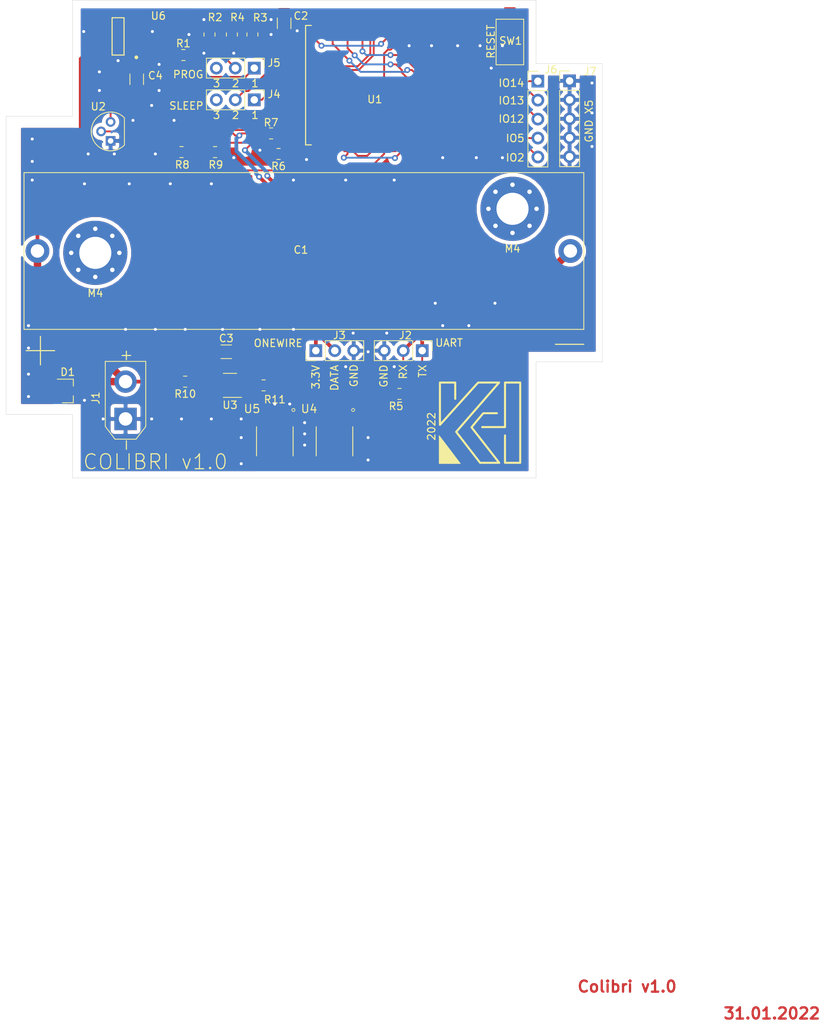
<source format=kicad_pcb>
(kicad_pcb (version 20211014) (generator pcbnew)
  (layers (0 "F.Cu" signal) (31 "B.Cu" power) (34 "B.Paste" user) (35 "F.Paste" user) (36 "B.SilkS" user "B.Silkscreen") (37 "F.SilkS" user "F.Silkscreen") (38 "B.Mask" user) (39 "F.Mask" user) (44 "Edge.Cuts" user))
  (net 0 "")
  (net 1 "B+")
  (net 2 "B-")
  (net 3 "P-")
  (net 4 "3.3v")
  (net 5 "Net-(C3-Pad2)")
  (net 6 "RX")
  (net 7 "TX")
  (net 8 "onewire")
  (net 9 "Net-(J4-Pad3)")
  (net 10 "rest")
  (net 11 "gpio16")
  (net 12 "Net-(J5-Pad3)")
  (net 13 "Net-(J5-Pad2)")
  (net 14 "gpio0")
  (net 15 "gpio2")
  (net 16 "gpio5")
  (net 17 "gpio12")
  (net 18 "gpio13")
  (net 19 "gpio14")
  (net 20 "Net-(R3-Pad2)")
  (net 21 "Net-(R6-Pad1)")
  (net 22 "adc")
  (net 23 "Net-(R11-Pad1)")
  (net 24 "Net-(U1-Pad22)")
  (net 25 "Net-(U1-Pad21)")
  (net 26 "Net-(U1-Pad20)")
  (net 27 "Net-(U1-Pad19)")
  (net 28 "Net-(U1-Pad18)")
  (net 29 "Net-(U1-Pad17)")
  (net 30 "Net-(U3-Pad3)")
  (net 31 "Net-(U3-Pad1)")
  (net 32 "Net-(U4-Pad5)")
  (net 33 "Net-(U6-Pad4)")
  (net 34 "Net-(U6-Pad5)")
  (footprint "Connector:Battery_con_BHC_18650" (layer "F.Cu") (at 149.9 91)
    (fp_text reference "C1")
    (fp_text value "Battery_con_BHC_18650")
  )
  (footprint "Capacitor_SMD:C_1206_3216Metric" (layer "F.Cu") (at 147.25 60.5 -90)
    (fp_text reference "C2")
    (fp_text value "100n")
  )
  (footprint "Capacitor_SMD:C_1206_3216Metric" (layer "F.Cu") (at 139.5 104.5 180)
    (fp_text reference "C3")
    (fp_text value "100n")
  )
  (footprint "Capacitor_SMD:C_1206_3216Metric_Pad1.33x1.80mm_HandSolder" (layer "F.Cu") (at 127.5 68 -90)
    (fp_text reference "C4")
    (fp_text value "1u")
  )
  (footprint "Package_TO_SOT_SMD:SOT-23" (layer "F.Cu") (at 118.25 109.75)
    (fp_text reference "D1")
    (fp_text value "MMBZ5V6AL-7-F")
  )
  (footprint "XT_con:AMASS_XT30UPB-M_1x02_P5.0mm_Vertical" (layer "F.Cu") (at 126 113.5 90)
    (fp_text reference "J1")
    (fp_text value "XT30UPB-M")
  )
  (footprint "Connector_PinHeader_2.54mm:PinHeader_1x03_P2.54mm_Vertical" (layer "F.Cu") (at 165.75 104.35 -90)
    (fp_text reference "J2")
    (fp_text value "Conn_01x03_Male")
  )
  (footprint "Connector_PinHeader_2.54mm:PinHeader_1x03_P2.54mm_Vertical" (layer "F.Cu") (at 151.5 104.35 90)
    (fp_text reference "J3")
    (fp_text value "Conn_01x03_Male")
  )
  (footprint "Connector_PinHeader_2.54mm:PinHeader_1x03_P2.54mm_Vertical" (layer "F.Cu") (at 143.25 70.75 -90)
    (fp_text reference "J4")
    (fp_text value "Conn_01x03_Male")
  )
  (footprint "Connector_PinHeader_2.54mm:PinHeader_1x03_P2.54mm_Vertical" (layer "F.Cu") (at 143.25 66.5 -90)
    (fp_text reference "J5")
    (fp_text value "Conn_01x03_Male")
  )
  (footprint "Connector_PinHeader_2.54mm:PinHeader_1x05_P2.54mm_Vertical" (layer "F.Cu") (at 181.25 68.25)
    (fp_text reference "J6")
    (fp_text value "Conn_01x05_Male")
  )
  (footprint "Connector_PinHeader_2.54mm:PinHeader_1x05_P2.54mm_Vertical" (layer "F.Cu") (at 185.5 68.21)
    (fp_text reference "J7")
    (fp_text value "Conn_01x05_Male")
  )
  (footprint "Resistor_SMD:R_0805_2012Metric" (layer "F.Cu") (at 133.75 64.75)
    (fp_text reference "R1")
    (fp_text value "10k")
  )
  (footprint "Resistor_SMD:R_0805_2012Metric" (layer "F.Cu") (at 137.25 62 90)
    (fp_text reference "R2")
    (fp_text value "220")
  )
  (footprint "Resistor_SMD:R_0805_2012Metric" (layer "F.Cu") (at 143 62 -90)
    (fp_text reference "R3")
    (fp_text value "10k")
  )
  (footprint "Resistor_SMD:R_0805_2012Metric" (layer "F.Cu") (at 140.25 62 -90)
    (fp_text reference "R4")
    (fp_text value "10k")
  )
  (footprint "Resistor_SMD:R_0805_2012Metric" (layer "F.Cu") (at 162.7 110.15 180)
    (fp_text reference "R5")
    (fp_text value "120")
  )
  (footprint "Resistor_SMD:R_0805_2012Metric" (layer "F.Cu") (at 146.5 78 180)
    (fp_text reference "R6")
    (fp_text value "10k")
  )
  (footprint "Resistor_SMD:R_0805_2012Metric" (layer "F.Cu") (at 145.5 75.25 180)
    (fp_text reference "R7")
    (fp_text value "4.7k")
  )
  (footprint "Resistor_SMD:R_0805_2012Metric" (layer "F.Cu") (at 133.5 77.75)
    (fp_text reference "R8")
    (fp_text value "10k")
  )
  (footprint "Resistor_SMD:R_0805_2012Metric" (layer "F.Cu") (at 138 77.75)
    (fp_text reference "R9")
    (fp_text value "1k")
  )
  (footprint "Resistor_SMD:R_0805_2012Metric" (layer "F.Cu") (at 134 108.5 180)
    (fp_text reference "R10")
    (fp_text value "330")
  )
  (footprint "Resistor_SMD:R_0805_2012Metric" (layer "F.Cu") (at 144.5 109)
    (fp_text reference "R11")
    (fp_text value "2.7k")
  )
  (footprint "Button_Switch_SMD:TP-1163s" (layer "F.Cu") (at 177.5 63 90)
    (fp_text reference "SW1")
    (fp_text value "SW_Push")
  )
  (footprint "Package_TO_SOT_THT:TO-92" (layer "F.Cu") (at 124 76.25 90)
    (fp_text reference "U2")
    (fp_text value "DS18B20")
  )
  (footprint "Package_TO_SOT_SMD:SOT-23-6" (layer "F.Cu") (at 140 109 180)
    (fp_text reference "U3")
    (fp_text value "AP9101CAK6-ANTRG1")
  )
  (footprint "Package_SO:SOIC127P490X600X175-8N" (layer "F.Cu") (at 154 116.5 -90)
    (fp_text reference "U4")
    (fp_text value "AO4402")
  )
  (footprint "Package_SO:SOIC127P490X600X175-8N" (layer "F.Cu") (at 146 116.5 -90)
    (fp_text reference "U5")
    (fp_text value "AO4402")
  )
  (footprint "eec:STMicroelectronics-KF33BD-TR-Level_A" (layer "F.Cu") (at 125 62.25 180)
    (fp_text reference "U6")
    (fp_text value " ")
  )
  (footprint "MountingHole:MountingHole_4.3mm_M4_Pad_Via" (layer "F.Cu") (at 177.85 85.35)
    (fp_text reference "M4")
    (fp_text value "MountingHole_4.3mm_M4_Pad_Via")
  )
  (footprint "MountingHole:MountingHole_4.3mm_M4_Pad_Via" (layer "F.Cu") (at 121.95 91.25)
    (fp_text reference "M4")
    (fp_text value "MountingHole_4.3mm_M4_Pad_Via")
  )
  (footprint "ESP8266:ESP-12E_SMD" (layer "F.Cu") (at 165.75 61.8 -90)
    (fp_text reference "U1")
    (fp_text value "ESP-12E" hide)
  )
  (footprint "KH-logo:logo" (layer "F.Cu") (at 173.5 114)
    (fp_text reference "G***" hide)
    (fp_text value "LOGO" hide)
  )
  (gr_line (start 118.9 72.95) (end 118.9 57.4) (layer "Edge.Cuts") (width 0.05))
  (gr_line (start 118.9 57.4) (end 181 57.4) (layer "Edge.Cuts") (width 0.05))
  (gr_line (start 110 112.9) (end 110 72.95) (layer "Edge.Cuts") (width 0.05))
  (gr_line (start 110 72.95) (end 118.9 72.95) (layer "Edge.Cuts") (width 0.05))
  (gr_line (start 181 65.9) (end 189.9 65.9) (layer "Edge.Cuts") (width 0.05))
  (gr_line (start 189.9 105.8) (end 189.9 105.85) (layer "Edge.Cuts") (width 0.05))
  (gr_line (start 118.9 121.4) (end 118.9 112.9) (layer "Edge.Cuts") (width 0.05))
  (gr_line (start 181 105.85) (end 181 121.4) (layer "Edge.Cuts") (width 0.05))
  (gr_line (start 118.9 112.9) (end 110 112.9) (layer "Edge.Cuts") (width 0.05))
  (gr_line (start 189.9 65.9) (end 189.9 105.8) (layer "Edge.Cuts") (width 0.05))
  (gr_line (start 189.9 105.85) (end 181 105.85) (layer "Edge.Cuts") (width 0.05))
  (gr_line (start 181 121.4) (end 118.9 121.4) (layer "Edge.Cuts") (width 0.05))
  (gr_line (start 181 57.4) (end 181 65.9) (layer "Edge.Cuts") (width 0.05))
  (gr_text "31.01.2022" (at 212.6 193.15) (layer "F.Cu") (effects (font (size 1.5 1.5) (thickness 0.3))))
  (gr_text "Colibri v1.0" (at 193.2 189.55) (layer "F.Cu") (effects (font (size 1.5 1.5) (thickness 0.3))))
  (gr_text "GND" (at 160.6 107.75 90) (layer "F.SilkS") (effects (font (size 1 1))))
  (gr_text "RX" (at 163.2 107.2 90) (layer "F.SilkS") (effects (font (size 1 1))))
  (gr_text "RESET" (at 174.95 62.95 90) (layer "F.SilkS") (effects (font (size 1 1))))
  (gr_text "ONEWIRE" (at 146.45 103.35) (layer "F.SilkS") (effects (font (size 1 1))))
  (gr_text "3.3V" (at 151.5 107.9 90) (layer "F.SilkS") (effects (font (size 1 1))))
  (gr_text "SLEEP" (at 134.15 71.55) (layer "F.SilkS") (effects (font (size 1 1))))
  (gr_text "UART" (at 169.35 103.3) (layer "F.SilkS") (effects (font (size 1 1))))
  (gr_text "IO13" (at 177.7 70.85) (layer "F.SilkS") (effects (font (size 1 1))))
  (gr_text "COLIBRI v1.0" (at 130 119.25) (layer "F.SilkS") (effects (font (size 2 2))))
  (gr_text "IO2" (at 178.2 78.5) (layer "F.SilkS") (effects (font (size 1 1))))
  (gr_text "3" (at 138.2 68.55) (layer "F.SilkS") (effects (font (size 1 1))))
  (gr_text "+" (at 114.6 103.95) (layer "F.SilkS") (effects (font (size 5 5))))
  (gr_text "2" (at 140.75 68.55) (layer "F.SilkS") (effects (font (size 1 1))))
  (gr_text "GND X5" (at 188.1 73.6 90) (layer "F.SilkS") (effects (font (size 1 1))))
  (gr_text "IO14" (at 177.7 68.5) (layer "F.SilkS") (effects (font (size 1 1))))
  (gr_text "DATA" (at 154 108 90) (layer "F.SilkS") (effects (font (size 1 1))))
  (gr_text "PROG" (at 134.4 67.35) (layer "F.SilkS") (effects (font (size 1 1))))
  (gr_text "IO12" (at 177.7 73.3) (layer "F.SilkS") (effects (font (size 1 1))))
  (gr_text "IO5" (at 178.2 75.9) (layer "F.SilkS") (effects (font (size 1 1))))
  (gr_text "1" (at 143.35 68.55) (layer "F.SilkS") (effects (font (size 1 1))))
  (gr_text "2022" (at 167 114.5 90) (layer "F.SilkS") (effects (font (size 1 1))))
  (gr_text "GND" (at 156.6 107.7 90) (layer "F.SilkS") (effects (font (size 1 1))))
  (gr_text "-" (at 185.5 103.1) (layer "F.SilkS") (effects (font (size 5 5))))
  (gr_text "3" (at 138.2 72.8) (layer "F.SilkS") (effects (font (size 1 1))))
  (gr_text "2" (at 140.75 72.8) (layer "F.SilkS") (effects (font (size 1 1))))
  (gr_text "TX" (at 165.8 107.1 90) (layer "F.SilkS") (effects (font (size 1 1))))
  (gr_text "1" (at 143.35 72.8) (layer "F.SilkS") (effects (font (size 1 1))))
  (segment (start 126 108.5) (end 133.0875 108.5) (width 0.5) (layer "F.Cu") (net 1))
  (segment (start 114.2 83.3) (end 114.2 91) (width 0.5) (layer "F.Cu") (net 1))
  (segment (start 118 79.5) (end 117.875 79.625) (width 0.5) (layer "F.Cu") (net 1))
  (segment (start 120 77.5) (end 118 79.5) (width 0.5) (layer "F.Cu") (net 1))
  (segment (start 117.875 79.625) (end 114.2 83.3) (width 0.5) (layer "F.Cu") (net 1))
  (segment (start 117.55 108.5) (end 126 108.5) (width 1) (layer "F.Cu") (net 1))
  (segment (start 114.2 91) (end 114.2 96.7) (width 1) (layer "F.Cu") (net 1))
  (segment (start 130.8375 79.5) (end 118 79.5) (width 0.25) (layer "F.Cu") (net 1))
  (segment (start 120 65.25) (end 120 77.5) (width 0.5) (layer "F.Cu") (net 1))
  (segment (start 122.55 64.155) (end 121.095 64.155) (width 0.5) (layer "F.Cu") (net 1))
  (segment (start 114.2 96.7) (end 126 108.5) (width 1) (layer "F.Cu") (net 1))
  (segment (start 118.5 79) (end 117.875 79.625) (width 0.25) (layer "F.Cu") (net 1))
  (segment (start 121.095 64.155) (end 120 65.25) (width 0.5) (layer "F.Cu") (net 1))
  (segment (start 132.5875 77.75) (end 130.8375 79.5) (width 0.25) (layer "F.Cu") (net 1))
  (segment (start 117.25 108.8) (end 117.55 108.5) (width 1) (layer "F.Cu") (net 1))
  (segment (start 138.9 109.95) (end 139.68 109.95) (width 0.25) (layer "F.Cu") (net 2))
  (segment (start 153.365 113.085) (end 153.365 113.875) (width 0.25) (layer "F.Cu") (net 2))
  (segment (start 155.905 113.875) (end 162.725 113.875) (width 1) (layer "F.Cu") (net 2))
  (segment (start 144.78 104.5) (end 153.365 113.085) (width 0.25) (layer "F.Cu") (net 2))
  (segment (start 140.975 104.5) (end 144.78 104.5) (width 0.25) (layer "F.Cu") (net 2))
  (segment (start 162.725 113.875) (end 185.6 91) (width 1) (layer "F.Cu") (net 2))
  (segment (start 153.365 113.875) (end 155.905 113.875) (width 1) (layer "F.Cu") (net 2))
  (segment (start 154.125 113.875) (end 153.365 113.875) (width 1) (layer "F.Cu") (net 2))
  (segment (start 138.9 109.95) (end 139.390002 109.95) (width 0.25) (layer "F.Cu") (net 2))
  (segment (start 139.68 109.95) (end 139.755001 109.874999) (width 0.25) (layer "F.Cu") (net 2))
  (segment (start 139.755001 105.719999) (end 140.975 104.5) (width 0.25) (layer "F.Cu") (net 2))
  (segment (start 139.755001 109.874999) (end 139.755001 105.719999) (width 0.25) (layer "F.Cu") (net 2))
  (segment (start 141.5 116) (end 136.35 116) (width 1) (layer "F.Cu") (net 3))
  (segment (start 123.37501 112.17499) (end 121.27501 112.17499) (width 1) (layer "F.Cu") (net 3))
  (segment (start 129.85 116) (end 128.5 116) (width 1) (layer "F.Cu") (net 3))
  (segment (start 132.65 116) (end 129.85 116) (width 1) (layer "F.Cu") (net 3))
  (segment (start 135.7 116) (end 132.65 116) (width 1) (layer "F.Cu") (net 3))
  (segment (start 136.35 116) (end 135.7 116) (width 1) (layer "F.Cu") (net 3))
  (segment (start 144.6 116) (end 141.5 116) (width 1) (layer "F.Cu") (net 3))
  (segment (start 144.5 78) (end 144 77.5) (width 0.25) (layer "F.Cu") (net 3))
  (segment (start 150.25 78.75) (end 150.25 77.3) (width 0.5) (layer "F.Cu") (net 3))
  (segment (start 122.55 62.885) (end 122.55 61.615) (width 0.5) (layer "F.Cu") (net 3))
  (segment (start 158.65 104.35) (end 158.5 104.5) (width 0.25) (layer "F.Cu") (net 3))
  (segment (start 145.4125 109) (end 146.5 109) (width 0.25) (layer "F.Cu") (net 3))
  (segment (start 138.9125 77.75) (end 139.75 77.75) (width 0.25) (layer "F.Cu") (net 3))
  (segment (start 127.465 61.6) (end 127.45 61.615) (width 0.25) (layer "F.Cu") (net 3))
  (segment (start 146 116) (end 144.6 116) (width 1) (layer "F.Cu") (net 3))
  (segment (start 124 77.5) (end 124.5 78) (width 0.25) (layer "F.Cu") (net 3))
  (segment (start 176.1 66.9) (end 175.75 67.25) (width 0.5) (layer "F.Cu") (net 3))
  (segment (start 129.835 61.615) (end 129.85 61.6) (width 0.25) (layer "F.Cu") (net 3))
  (segment (start 156.58 104.35) (end 158.35 104.35) (width 0.25) (layer "F.Cu") (net 3))
  (segment (start 160.67 104.35) (end 158.65 104.35) (width 0.25) (layer "F.Cu") (net 3))
  (segment (start 137.25 61.0875) (end 137.25 60.75) (width 0.25) (layer "F.Cu") (net 3))
  (segment (start 124 76.25) (end 124 77.5) (width 0.25) (layer "F.Cu") (net 3))
  (segment (start 146.5 109) (end 147 109.5) (width 0.25) (layer "F.Cu") (net 3))
  (segment (start 129.585 61.615) (end 129.6 61.6) (width 0.25) (layer "F.Cu") (net 3))
  (segment (start 150.25 77.3) (end 151.75 75.8) (width 0.5) (layer "F.Cu") (net 3))
  (segment (start 139.75 77.75) (end 140.5 78.5) (width 0.25) (layer "F.Cu") (net 3))
  (segment (start 177.5 66.9) (end 176.1 66.9) (width 0.5) (layer "F.Cu") (net 3))
  (segment (start 127.45 61.615) (end 127.45 62.885) (width 0.5) (layer "F.Cu") (net 3))
  (segment (start 145.5875 78) (end 144.5 78) (width 0.25) (layer "F.Cu") (net 3))
  (segment (start 127.5 69.5625) (end 127.5 70.5) (width 0.25) (layer "F.Cu") (net 3))
  (segment (start 158.35 104.35) (end 158.5 104.5) (width 0.25) (layer "F.Cu") (net 3))
  (segment (start 120.415 61.615) (end 120.4 61.6) (width 0.25) (layer "F.Cu") (net 3))
  (segment (start 127.5 70.5) (end 128 71) (width 0.25) (layer "F.Cu") (net 3))
  (via (at 130.5 66) (size 0.8) (drill 0.4) (layers "F.Cu" "B.Cu") (net 3))
  (via (at 129.5 113.5) (size 0.8) (drill 0.4) (layers "F.Cu" "B.Cu") (net 3))
  (via (at 167 63.5) (size 0.8) (drill 0.4) (layers "F.Cu" "B.Cu") (net 3))
  (via (at 133.5 113.5) (size 0.8) (drill 0.4) (layers "F.Cu" "B.Cu") (net 3))
  (via (at 134.5 62) (size 0.8) (drill 0.4) (layers "F.Cu" "B.Cu") (net 3))
  (via (at 120.5 82) (size 0.8) (drill 0.4) (layers "F.Cu" "B.Cu") (net 3))
  (via (at 148.5 81.5) (size 0.8) (drill 0.4) (layers "F.Cu" "B.Cu") (net 3))
  (via (at 145.5 62) (size 0.8) (drill 0.4) (layers "F.Cu" "B.Cu") (net 3))
  (via (at 167.5 98) (size 0.8) (drill 0.4) (layers "F.Cu" "B.Cu") (net 3))
  (via (at 136.5 64.5) (size 0.8) (drill 0.4) (layers "F.Cu" "B.Cu") (net 3))
  (via (at 173 78.5) (size 0.8) (drill 0.4) (layers "F.Cu" "B.Cu") (net 3))
  (via (at 125 65.5) (size 0.8) (drill 0.4) (layers "F.Cu" "B.Cu") (net 3))
  (via (at 120.4 61.6) (size 0.8) (drill 0.4) (layers "F.Cu" "B.Cu") (net 3))
  (via (at 176.5 78.5) (size 0.8) (drill 0.4) (layers "F.Cu" "B.Cu") (net 3))
  (via (at 129.5 71.5) (size 0.8) (drill 0.4) (layers "F.Cu" "B.Cu") (net 3))
  (via (at 150 117) (size 0.8) (drill 0.4) (layers "F.Cu" "B.Cu") (net 3))
  (via (at 148 111.5) (size 0.8) (drill 0.4) (layers "F.Cu" "B.Cu") (net 3))
  (via (at 188.5 72.5) (size 0.8) (drill 0.4) (layers "F.Cu" "B.Cu") (net 3))
  (via (at 139 101.5) (size 0.8) (drill 0.4) (layers "F.Cu" "B.Cu") (net 3))
  (via (at 162 81.5) (size 0.8) (drill 0.4) (layers "F.Cu" "B.Cu") (net 3))
  (via (at 155.5 81.5) (size 0.8) (drill 0.4) (layers "F.Cu" "B.Cu") (net 3))
  (via (at 150 114) (size 0.8) (drill 0.4) (layers "F.Cu" "B.Cu") (net 3))
  (via (at 150 115.5) (size 0.8) (drill 0.4) (layers "F.Cu" "B.Cu") (net 3))
  (via (at 156.5 102) (size 0.8) (drill 0.4) (layers "F.Cu" "B.Cu") (net 3))
  (via (at 168.5 101) (size 0.8) (drill 0.4) (layers "F.Cu" "B.Cu") (net 3))
  (via (at 122.5 67) (size 0.8) (drill 0.4) (layers "F.Cu" "B.Cu") (net 3))
  (via (at 137.5 113.5) (size 0.8) (drill 0.4) (layers "F.Cu" "B.Cu") (net 3))
  (via (at 137.5 82) (size 0.8) (drill 0.4) (layers "F.Cu" "B.Cu") (net 3))
  (via (at 155.5 106.5) (size 0.8) (drill 0.4) (layers "F.Cu" "B.Cu") (net 3))
  (via (at 168.5 78.5) (size 0.8) (drill 0.4) (layers "F.Cu" "B.Cu") (net 3))
  (via (at 130 78) (size 0.8) (drill 0.4) (layers "F.Cu" "B.Cu") (net 3))
  (via (at 123 113.5) (size 0.8) (drill 0.4) (layers "F.Cu" "B.Cu") (net 3))
  (via (at 140.5 64.5) (size 0.8) (drill 0.4) (layers "F.Cu" "B.Cu") (net 3))
  (via (at 130.5 69.5) (size 0.8) (drill 0.4) (layers "F.Cu" "B.Cu") (net 3))
  (via (at 113 107.5) (size 0.8) (drill 0.4) (layers "F.Cu" "B.Cu") (net 3))
  (via (at 121 78) (size 0.8) (drill 0.4) (layers "F.Cu" "B.Cu") (net 3))
  (via (at 134 101.5) (size 0.8) (drill 0.4) (layers "F.Cu" "B.Cu") (net 3))
  (via (at 126 101.5) (size 0.8) (drill 0.4) (layers "F.Cu" "B.Cu") (net 3))
  (via (at 173.5 63.5) (size 0.8) (drill 0.4) (layers "F.Cu" "B.Cu") (net 3))
  (via (at 127 73.5) (size 0.8) (drill 0.4) (layers "F.Cu" "B.Cu") (net 3))
  (via (at 120.5 111) (size 0.8) (drill 0.4) (layers "F.Cu" "B.Cu") (net 3))
  (via (at 113 101) (size 0.8) (drill 0.4) (layers "F.Cu" "B.Cu") (net 3))
  (via (at 113 104) (size 0.8) (drill 0.4) (layers "F.Cu" "B.Cu") (net 3))
  (via (at 175.5 98) (size 0.8) (drill 0.4) (layers "F.Cu" "B.Cu") (net 3))
  (via (at 141.5 116) (size 0.8) (drill 0.4) (layers "F.Cu" "B.Cu") (net 3))
  (via (at 140.5 78.5) (size 0.8) (drill 0.4) (layers "F.Cu" "B.Cu") (net 3))
  (via (at 124.5 78) (size 0.8) (drill 0.4) (layers "F.Cu" "B.Cu") (net 3))
  (via (at 145.5 60) (size 0.8) (drill 0.4) (layers "F.Cu" "B.Cu") (net 3))
  (via (at 158.5 119) (size 0.8) (drill 0.4) (layers "F.Cu" "B.Cu") (net 3))
  (via (at 158.5 104.5) (size 0.8) (drill 0.4) (layers "F.Cu" "B.Cu") (net 3))
  (via (at 162 106.5) (size 0.8) (drill 0.4) (layers "F.Cu" "B.Cu") (net 3))
  (via (at 132.5 73.5) (size 0.8) (drill 0.4) (layers "F.Cu" "B.Cu") (net 3))
  (via (at 172 101) (size 0.8) (drill 0.4) (layers "F.Cu" "B.Cu") (net 3))
  (via (at 175 66.5) (size 0.8) (drill 0.4) (layers "F.Cu" "B.Cu") (net 3))
  (via (at 113.5 79) (size 0.8) (drill 0.4) (layers "F.Cu" "B.Cu") (net 3))
  (via (at 146 111.5) (size 0.8) (drill 0.4) (layers "F.Cu" "B.Cu") (net 3))
  (via (at 158.5 116) (size 0.8) (drill 0.4) (layers "F.Cu" "B.Cu") (net 3))
  (via (at 136.5 60) (size 0.8) (drill 0.4) (layers "F.Cu" "B.Cu") (net 3))
  (via (at 150.25 78.75) (size 0.8) (drill 0.4) (layers "F.Cu" "B.Cu") (net 3))
  (via (at 126.5 82) (size 0.8) (drill 0.4) (layers "F.Cu" "B.Cu") (net 3))
  (via (at 188.5 77) (size 0.8) (drill 0.4) (layers "F.Cu" "B.Cu") (net 3))
  (via (at 113.5 76) (size 0.8) (drill 0.4) (layers "F.Cu" "B.Cu") (net 3))
  (via (at 148.5 101.5) (size 0.8) (drill 0.4) (layers "F.Cu" "B.Cu") (net 3))
  (via (at 144 77.5) (size 0.8) (drill 0.4) (layers "F.Cu" "B.Cu") (net 3))
  (via (at 149 61.5) (size 0.8) (drill 0.4) (layers "F.Cu" "B.Cu") (net 3))
  (via (at 122.5 69.5) (size 0.8) (drill 0.4) (layers "F.Cu" "B.Cu") (net 3))
  (via (at 141.5 119.5) (size 0.8) (drill 0.4) (layers "F.Cu" "B.Cu") (net 3))
  (via (at 144 101.5) (size 0.8) (drill 0.4) (layers "F.Cu" "B.Cu") (net 3))
  (via (at 164 63.5) (size 0.8) (drill 0.4) (layers "F.Cu" "B.Cu") (net 3))
  (via (at 141.5 113.5) (size 0.8) (drill 0.4) (layers "F.Cu" "B.Cu") (net 3))
  (via (at 113 110.5) (size 0.8) (drill 0.4) (layers "F.Cu" "B.Cu") (net 3))
  (via (at 188.5 68.5) (size 0.8) (drill 0.4) (layers "F.Cu" "B.Cu") (net 3))
  (via (at 176.5 63.5) (size 0.8) (drill 0.4) (layers "F.Cu" "B.Cu") (net 3))
  (via (at 170.5 63.5) (size 0.8) (drill 0.4) (layers "F.Cu" "B.Cu") (net 3))
  (via (at 129.6 61.6) (size 0.8) (drill 0.4) (layers "F.Cu" "B.Cu") (net 3))
  (via (at 130 101.5) (size 0.8) (drill 0.4) (layers "F.Cu" "B.Cu") (net 3))
  (via (at 113.5 81.5) (size 0.8) (drill 0.4) (layers "F.Cu" "B.Cu") (net 3))
  (via (at 132 82) (size 0.8) (drill 0.4) (layers "F.Cu" "B.Cu") (net 3))
  (via (at 161 102) (size 0.8) (drill 0.4) (layers "F.Cu" "B.Cu") (net 3))
  (segment (start 141.475 59.025) (end 147.25 59.025) (width 0.5) (layer "F.Cu") (net 4))
  (segment (start 138.11359 75.25) (end 132.8375 69.97391) (width 0.25) (layer "F.Cu") (net 4))
  (segment (start 138.475 59.025) (end 141.475 59.025) (width 0.5) (layer "F.Cu") (net 4))
  (segment (start 147.25 59.025) (end 148.975 59.025) (width 0.5) (layer "F.Cu") (net 4))
  (segment (start 130.345 64.155) (end 135.475 59.025) (width 0.5) (layer "F.Cu") (net 4))
  (segment (start 143 61.0875) (end 143 60.55) (width 0.5) (layer "F.Cu") (net 4))
  (segment (start 132.2425 64.155) (end 132.8375 64.75) (width 0.25) (layer "F.Cu") (net 4))
  (segment (start 151.5 88.65) (end 151.5 104.35) (width 0.5) (layer "F.Cu") (net 4))
  (segment (start 140.409325 75.25) (end 138.11359 75.25) (width 0.25) (layer "F.Cu") (net 4))
  (segment (start 127.45 64.155) (end 130.345 64.155) (width 0.5) (layer "F.Cu") (net 4))
  (segment (start 124 69.9375) (end 124 73.71) (width 0.25) (layer "F.Cu") (net 4))
  (segment (start 143.9 81.05) (end 151.5 88.65) (width 0.5) (layer "F.Cu") (net 4))
  (segment (start 140.25 61.0875) (end 140.25 60.8) (width 0.5) (layer "F.Cu") (net 4))
  (segment (start 127.45 64.155) (end 127.45 66.3875) (width 0.25) (layer "F.Cu") (net 4))
  (segment (start 132.8375 69.97391) (end 132.8375 64.75) (width 0.25) (layer "F.Cu") (net 4))
  (segment (start 135.475 59.025) (end 138.475 59.025) (width 0.5) (layer "F.Cu") (net 4))
  (segment (start 130.345 64.155) (end 132.2425 64.155) (width 0.25) (layer "F.Cu") (net 4))
  (segment (start 143 60.55) (end 141.475 59.025) (width 0.5) (layer "F.Cu") (net 4))
  (segment (start 127.45 66.3875) (end 127.5 66.4375) (width 0.25) (layer "F.Cu") (net 4))
  (segment (start 144.5875 75.25) (end 141.52499 75.25) (width 0.25) (layer "F.Cu") (net 4))
  (segment (start 141.25 75.52499) (end 140.684315 75.52499) (width 0.25) (layer "F.Cu") (net 4))
  (segment (start 141.52499 75.25) (end 141.25 75.52499) (width 0.25) (layer "F.Cu") (net 4))
  (segment (start 148.975 59.025) (end 151.75 61.8) (width 0.5) (layer "F.Cu") (net 4))
  (segment (start 151.55002 104.29998) (end 151.5 104.35) (width 0.25) (layer "F.Cu") (net 4))
  (segment (start 140.684315 75.52499) (end 140.409325 75.25) (width 0.25) (layer "F.Cu") (net 4))
  (segment (start 127.5 66.4375) (end 124 69.9375) (width 0.25) (layer "F.Cu") (net 4))
  (segment (start 140.25 60.8) (end 138.475 59.025) (width 0.5) (layer "F.Cu") (net 4))
  (via (at 141.25 75.52499) (size 0.8) (drill 0.4) (layers "F.Cu" "B.Cu") (net 4))
  (via (at 143.9 81.05) (size 0.8) (drill 0.4) (layers "F.Cu" "B.Cu") (net 4))
  (segment (start 143.9 81.05) (end 143.500001 80.650001) (width 0.5) (layer "B.Cu") (net 4))
  (segment (start 140.850001 77.608003) (end 140.850001 75.924989) (width 0.5) (layer "B.Cu") (net 4))
  (segment (start 143.500001 80.258003) (end 140.850001 77.608003) (width 0.5) (layer "B.Cu") (net 4))
  (segment (start 143.500001 80.650001) (end 143.500001 80.258003) (width 0.5) (layer "B.Cu") (net 4))
  (segment (start 140.850001 75.924989) (end 141.25 75.52499) (width 0.5) (layer "B.Cu") (net 4))
  (segment (start 134.9125 107.6125) (end 134.9125 108.5) (width 0.5) (layer "F.Cu") (net 5))
  (segment (start 138.025 104.5) (end 134.9125 107.6125) (width 0.5) (layer "F.Cu") (net 5))
  (segment (start 138.9 109) (end 135.4125 109) (width 0.5) (layer "F.Cu") (net 5))
  (segment (start 135.4125 109) (end 134.9125 108.5) (width 0.5) (layer "F.Cu") (net 5))
  (segment (start 163.75 78.30001) (end 163.75 75.8) (width 0.5) (layer "F.Cu") (net 6))
  (segment (start 163.21 104.35) (end 165.04999 102.51001) (width 0.5) (layer "F.Cu") (net 6))
  (segment (start 163.21 104.35) (end 163.21 108.7275) (width 0.25) (layer "F.Cu") (net 6))
  (segment (start 165.04999 102.51001) (end 165.04999 79.6) (width 0.5) (layer "F.Cu") (net 6))
  (segment (start 163.21 108.7275) (end 161.7875 110.15) (width 0.25) (layer "F.Cu") (net 6))
  (segment (start 165.04999 79.6) (end 163.75 78.30001) (width 0.5) (layer "F.Cu") (net 6))
  (segment (start 165.75 108.0125) (end 163.6125 110.15) (width 0.25) (layer "F.Cu") (net 7))
  (segment (start 165.75 104.35) (end 165.75 75.8) (width 0.5) (layer "F.Cu") (net 7))
  (segment (start 165.75 104.35) (end 165.75 108.0125) (width 0.25) (layer "F.Cu") (net 7))
  (segment (start 165.75 104.35) (end 165.6 104.35) (width 0.25) (layer "F.Cu") (net 7))
  (segment (start 146.4125 75.25) (end 150.25 75.25) (width 0.25) (layer "F.Cu") (net 8))
  (segment (start 143 76.5) (end 127.5 76.5) (width 0.25) (layer "F.Cu") (net 8))
  (segment (start 154.04 104.35) (end 152.20001 102.51001) (width 0.5) (layer "F.Cu") (net 8))
  (segment (start 152.20001 102.51001) (end 152.20001 88.20001) (width 0.5) (layer "F.Cu") (net 8))
  (segment (start 156.65 75.014998) (end 156.65 77.785002) (width 0.25) (layer "F.Cu") (net 8))
  (segment (start 152.20001 88.20001) (end 145 81) (width 0.5) (layer "F.Cu") (net 8))
  (segment (start 143 76.5) (end 142 77.5) (width 0.25) (layer "F.Cu") (net 8))
  (segment (start 156.65 77.785002) (end 157.114998 78.25) (width 0.25) (layer "F.Cu") (net 8))
  (segment (start 125.98 74.98) (end 122.73 74.98) (width 0.25) (layer "F.Cu") (net 8))
  (segment (start 156.409992 74.77499) (end 156.65 75.014998) (width 0.25) (layer "F.Cu") (net 8))
  (segment (start 157.114998 78.25) (end 158.385002 78.25) (width 0.25) (layer "F.Cu") (net 8))
  (segment (start 150.25 75.25) (end 150.72501 74.77499) (width 0.25) (layer "F.Cu") (net 8))
  (segment (start 159.75 76.885002) (end 159.75 75.8) (width 0.25) (layer "F.Cu") (net 8))
  (segment (start 158.385002 78.25) (end 159.75 76.885002) (width 0.25) (layer "F.Cu") (net 8))
  (segment (start 146.4125 75.25) (end 145.1625 76.5) (width 0.25) (layer "F.Cu") (net 8))
  (segment (start 127.5 76.5) (end 125.98 74.98) (width 0.25) (layer "F.Cu") (net 8))
  (segment (start 145 81) (end 145 80.92501) (width 0.5) (layer "F.Cu") (net 8))
  (segment (start 150.72501 74.77499) (end 156.409992 74.77499) (width 0.25) (layer "F.Cu") (net 8))
  (segment (start 145.1625 76.5) (end 143 76.5) (width 0.25) (layer "F.Cu") (net 8))
  (via (at 145 80.92501) (size 0.8) (drill 0.4) (layers "F.Cu" "B.Cu") (net 8))
  (via (at 142 77.5) (size 0.8) (drill 0.4) (layers "F.Cu" "B.Cu") (net 8))
  (segment (start 145 80.5) (end 142 77.5) (width 0.5) (layer "B.Cu") (net 8))
  (segment (start 145 80.92501) (end 145 80.5) (width 0.5) (layer "B.Cu") (net 8))
  (segment (start 144.998012 80.92501) (end 145 80.92501) (width 0.25) (layer "B.Cu") (net 8))
  (segment (start 158.79999 64.5636) (end 157.11359 66.25) (width 0.25) (layer "F.Cu") (net 10))
  (segment (start 145 67.035002) (end 142.460003 69.574999) (width 0.25) (layer "F.Cu") (net 10))
  (segment (start 159.362549 59) (end 158.79999 59.562559) (width 0.25) (layer "F.Cu") (net 10))
  (segment (start 158.79999 59.562559) (end 158.79999 64.5636) (width 0.25) (layer "F.Cu") (net 10))
  (segment (start 145 67) (end 145 67.035002) (width 0.25) (layer "F.Cu") (net 10))
  (segment (start 141.885001 69.574999) (end 140.71 70.75) (width 0.25) (layer "F.Cu") (net 10))
  (segment (start 165.75 61.8) (end 165.75 60.714998) (width 0.25) (layer "F.Cu") (net 10))
  (segment (start 140.25 62.9125) (end 140.4125 62.9125) (width 0.25) (layer "F.Cu") (net 10))
  (segment (start 144 64.75) (end 145 65.75) (width 0.25) (layer "F.Cu") (net 10))
  (segment (start 164.035002 59) (end 159.362549 59) (width 0.25) (layer "F.Cu") (net 10))
  (segment (start 151.509992 64.86499) (end 147.13501 64.86499) (width 0.25) (layer "F.Cu") (net 10))
  (segment (start 147.13501 64.86499) (end 145 67) (width 0.25) (layer "F.Cu") (net 10))
  (segment (start 165.75 60.714998) (end 164.035002 59) (width 0.25) (layer "F.Cu") (net 10))
  (segment (start 145 65.75) (end 145 67.035002) (width 0.25) (layer "F.Cu") (net 10))
  (segment (start 168.45 59.1) (end 165.75 61.8) (width 0.5) (layer "F.Cu") (net 10))
  (segment (start 152.895002 66.25) (end 151.509992 64.86499) (width 0.25) (layer "F.Cu") (net 10))
  (segment (start 142.460003 69.574999) (end 141.885001 69.574999) (width 0.25) (layer "F.Cu") (net 10))
  (segment (start 157.11359 66.25) (end 152.895002 66.25) (width 0.25) (layer "F.Cu") (net 10))
  (segment (start 140.4125 62.9125) (end 142.25 64.75) (width 0.25) (layer "F.Cu") (net 10))
  (segment (start 177.5 59.1) (end 168.45 59.1) (width 0.5) (layer "F.Cu") (net 10))
  (segment (start 142.25 64.75) (end 144 64.75) (width 0.25) (layer "F.Cu") (net 10))
  (segment (start 159.25 64.75) (end 157.25 66.75) (width 0.25) (layer "F.Cu") (net 11))
  (segment (start 159.25 62.3) (end 159.75 61.8) (width 0.25) (layer "F.Cu") (net 11))
  (segment (start 157.25 66.75) (end 148.25 66.75) (width 0.25) (layer "F.Cu") (net 11))
  (segment (start 144.25 70.75) (end 143.25 70.75) (width 0.25) (layer "F.Cu") (net 11))
  (segment (start 148.25 66.75) (end 144.25 70.75) (width 0.25) (layer "F.Cu") (net 11))
  (segment (start 159.25 64.75) (end 159.25 62.3) (width 0.25) (layer "F.Cu") (net 11))
  (segment (start 137.25 63.04) (end 137.25 62.9125) (width 0.25) (layer "F.Cu") (net 13))
  (segment (start 140.71 66.5) (end 137.25 63.04) (width 0.25) (layer "F.Cu") (net 13))
  (segment (start 142.70001 74.79999) (end 144.75 72.75) (width 0.25) (layer "F.Cu") (net 14))
  (segment (start 136.925001 67.675001) (end 142.074999 67.675001) (width 0.25) (layer "F.Cu") (net 14))
  (segment (start 157.75 75.478588) (end 157.75 75.8) (width 0.25) (layer "F.Cu") (net 14))
  (segment (start 134.6625 64.75) (end 134.6625 65.4125) (width 0.25) (layer "F.Cu") (net 14))
  (segment (start 138.29999 74.79999) (end 142.70001 74.79999) (width 0.25) (layer "F.Cu") (net 14))
  (segment (start 142.074999 67.675001) (end 143.25 66.5) (width 0.25) (layer "F.Cu") (net 14))
  (segment (start 133.28751 66.12499) (end 133.28751 69.78751) (width 0.25) (layer "F.Cu") (net 14))
  (segment (start 134.6625 64.75) (end 133.28751 66.12499) (width 0.25) (layer "F.Cu") (net 14))
  (segment (start 133.28751 69.78751) (end 138.29999 74.79999) (width 0.25) (layer "F.Cu") (net 14))
  (segment (start 134.6625 65.4125) (end 136.925001 67.675001) (width 0.25) (layer "F.Cu") (net 14))
  (segment (start 155.021412 72.75) (end 157.75 75.478588) (width 0.25) (layer "F.Cu") (net 14))
  (segment (start 144.75 72.75) (end 155.021412 72.75) (width 0.25) (layer "F.Cu") (net 14))
  (segment (start 181.25 78.41) (end 179.16001 76.32001) (width 0.25) (layer "F.Cu") (net 15))
  (segment (start 170.433599 76.320009) (end 168.8136 74.70001) (width 0.25) (layer "F.Cu") (net 15))
  (segment (start 155.75 78) (end 155.25 78.5) (width 0.25) (layer "F.Cu") (net 15))
  (segment (start 162.874999 74.875001) (end 162.874999 77.775001) (width 0.25) (layer "F.Cu") (net 15))
  (segment (start 163.04999 74.70001) (end 162.874999 74.875001) (width 0.25) (layer "F.Cu") (net 15))
  (segment (start 179.16001 76.32001) (end 170.433599 76.320009) (width 0.25) (layer "F.Cu") (net 15))
  (segment (start 168.8136 74.70001) (end 163.04999 74.70001) (width 0.25) (layer "F.Cu") (net 15))
  (segment (start 155.75 75.8) (end 155.75 78) (width 0.25) (layer "F.Cu") (net 15))
  (segment (start 162.874999 77.775001) (end 162.1 78.55) (width 0.25) (layer "F.Cu") (net 15))
  (via (at 162.1 78.55) (size 0.8) (drill 0.4) (layers "F.Cu" "B.Cu") (net 15))
  (via (at 155.25 78.5) (size 0.8) (drill 0.4) (layers "F.Cu" "B.Cu") (net 15))
  (segment (start 155.25 78.5) (end 162.05 78.5) (width 0.25) (layer "B.Cu") (net 15))
  (segment (start 162.05 78.5) (end 162.1 78.55) (width 0.25) (layer "B.Cu") (net 15))
  (segment (start 181.25 75.87) (end 170.62 75.87) (width 0.25) (layer "F.Cu") (net 16))
  (segment (start 169 74.25) (end 162.75 74.25) (width 0.25) (layer "F.Cu") (net 16))
  (segment (start 162.12501 75.62499) (end 162.12501 77.512441) (width 0.25) (layer "F.Cu") (net 16))
  (segment (start 170.62 75.87) (end 169 74.25) (width 0.25) (layer "F.Cu") (net 16))
  (segment (start 162.75 74.25) (end 161.75 75.25) (width 0.25) (layer "F.Cu") (net 16))
  (segment (start 161.75 75.25) (end 161.75 75.8) (width 0.25) (layer "F.Cu") (net 16))
  (segment (start 155.75 63.835784) (end 156.707108 64.792892) (width 0.25) (layer "F.Cu") (net 17))
  (segment (start 164.72718 67.75) (end 166.1272 69.15002) (width 0.25) (layer "F.Cu") (net 17))
  (segment (start 177.07002 69.15002) (end 181.25 73.33) (width 0.25) (layer "F.Cu") (net 17))
  (segment (start 155.75 61.8) (end 155.75 63.835784) (width 0.25) (layer "F.Cu") (net 17))
  (segment (start 163.024999 67.098001) (end 163.676998 67.75) (width 0.25) (layer "F.Cu") (net 17))
  (segment (start 166.1272 69.15002) (end 177.07002 69.15002) (width 0.25) (layer "F.Cu") (net 17))
  (segment (start 163.676998 67.75) (end 164.72718 67.75) (width 0.25) (layer "F.Cu") (net 17))
  (segment (start 163.024999 66.774999) (end 163.024999 67.098001) (width 0.25) (layer "F.Cu") (net 17))
  (segment (start 161.5 66) (end 162.25 66) (width 0.25) (layer "F.Cu") (net 17))
  (segment (start 162.25 66) (end 163.024999 66.774999) (width 0.25) (layer "F.Cu") (net 17))
  (via (at 161.5 66) (size 0.8) (drill 0.4) (layers "F.Cu" "B.Cu") (net 17))
  (via (at 156.707108 64.792892) (size 0.8) (drill 0.4) (layers "F.Cu" "B.Cu") (net 17))
  (segment (start 156.707108 64.792892) (end 157.914216 66) (width 0.25) (layer "B.Cu") (net 17))
  (segment (start 157.914216 66) (end 161.5 66) (width 0.25) (layer "B.Cu") (net 17))
  (segment (start 164.36359 66.75) (end 166.3136 68.70001) (width 0.25) (layer "F.Cu") (net 18))
  (segment (start 163.75 66.75) (end 164.36359 66.75) (width 0.25) (layer "F.Cu") (net 18))
  (segment (start 153.75 61.8) (end 153.75 63.25) (width 0.25) (layer "F.Cu") (net 18))
  (segment (start 166.3136 68.70001) (end 179.16001 68.70001) (width 0.25) (layer "F.Cu") (net 18))
  (segment (start 179.16001 68.70001) (end 181.25 70.79) (width 0.25) (layer "F.Cu") (net 18))
  (segment (start 153.75 63.25) (end 156 65.5) (width 0.25) (layer "F.Cu") (net 18))
  (via (at 163.75 66.75) (size 0.8) (drill 0.4) (layers "F.Cu" "B.Cu") (net 18))
  (via (at 156 65.5) (size 0.8) (drill 0.4) (layers "F.Cu" "B.Cu") (net 18))
  (segment (start 156 65.5) (end 157.5 67) (width 0.25) (layer "B.Cu") (net 18))
  (segment (start 163.5 67) (end 163.75 66.75) (width 0.25) (layer "B.Cu") (net 18))
  (segment (start 157.5 67) (end 163.5 67) (width 0.25) (layer "B.Cu") (net 18))
  (segment (start 161.5 64.75) (end 163 64.75) (width 0.25) (layer "F.Cu") (net 19))
  (segment (start 166.5 68.25) (end 181.25 68.25) (width 0.25) (layer "F.Cu") (net 19))
  (segment (start 163 64.75) (end 166.5 68.25) (width 0.25) (layer "F.Cu") (net 19))
  (segment (start 157.75 61.8) (end 157.75 64.25) (width 0.25) (layer "F.Cu") (net 19))
  (via (at 161.5 64.75) (size 0.8) (drill 0.4) (layers "F.Cu" "B.Cu") (net 19))
  (via (at 157.75 64.25) (size 0.8) (drill 0.4) (layers "F.Cu" "B.Cu") (net 19))
  (segment (start 158.25 64.75) (end 161.5 64.75) (width 0.25) (layer "B.Cu") (net 19))
  (segment (start 157.75 64.25) (end 158.25 64.75) (width 0.25) (layer "B.Cu") (net 19))
  (segment (start 143 62.9125) (end 144.1625 62.9125) (width 0.25) (layer "F.Cu") (net 20))
  (segment (start 161.7 61.8) (end 160.25 63.25) (width 0.25) (layer "F.Cu") (net 20))
  (segment (start 148.602549 62.75) (end 151.5 62.75) (width 0.25) (layer "F.Cu") (net 20))
  (segment (start 144.1625 62.9125) (end 145.475001 64.225001) (width 0.25) (layer "F.Cu") (net 20))
  (segment (start 151.5 62.75) (end 152.25 63.5) (width 0.25) (layer "F.Cu") (net 20))
  (segment (start 145.475001 64.225001) (end 147.127548 64.225001) (width 0.25) (layer "F.Cu") (net 20))
  (segment (start 147.127548 64.225001) (end 148.602549 62.75) (width 0.25) (layer "F.Cu") (net 20))
  (segment (start 161.75 61.8) (end 161.7 61.8) (width 0.25) (layer "F.Cu") (net 20))
  (via (at 152.25 63.5) (size 0.8) (drill 0.4) (layers "F.Cu" "B.Cu") (net 20))
  (via (at 160.25 63.25) (size 0.8) (drill 0.4) (layers "F.Cu" "B.Cu") (net 20))
  (segment (start 160 63.5) (end 160.25 63.25) (width 0.25) (layer "B.Cu") (net 20))
  (segment (start 152.25 63.5) (end 160 63.5) (width 0.25) (layer "B.Cu") (net 20))
  (segment (start 150.885002 79.75) (end 153.75 76.885002) (width 0.25) (layer "F.Cu") (net 21))
  (segment (start 153.75 76.885002) (end 153.75 75.8) (width 0.25) (layer "F.Cu") (net 21))
  (segment (start 149.1625 79.75) (end 150.885002 79.75) (width 0.25) (layer "F.Cu") (net 21))
  (segment (start 147.4125 78) (end 149.1625 79.75) (width 0.25) (layer "F.Cu") (net 21))
  (segment (start 137.0875 77.75) (end 139.53751 80.20001) (width 0.25) (layer "F.Cu") (net 22))
  (segment (start 160.65 64.526998) (end 161.151999 64.024999) (width 0.25) (layer "F.Cu") (net 22))
  (segment (start 161.525001 64.024999) (end 163.75 61.8) (width 0.25) (layer "F.Cu") (net 22))
  (segment (start 134.4125 77.75) (end 137.0875 77.75) (width 0.25) (layer "F.Cu") (net 22))
  (segment (start 158.434992 80.20001) (end 160.65 77.985002) (width 0.25) (layer "F.Cu") (net 22))
  (segment (start 160.65 77.985002) (end 160.65 64.526998) (width 0.25) (layer "F.Cu") (net 22))
  (segment (start 161.151999 64.024999) (end 161.525001 64.024999) (width 0.25) (layer "F.Cu") (net 22))
  (segment (start 139.53751 80.20001) (end 158.434992 80.20001) (width 0.25) (layer "F.Cu") (net 22))
  (segment (start 141.1 109) (end 143.5875 109) (width 0.25) (layer "F.Cu") (net 23))
  (segment (start 144.42501 108.31182) (end 144.42501 113.54499) (width 0.25) (layer "F.Cu") (net 30))
  (segment (start 143.01181 108.05) (end 143.08682 107.97499) (width 0.25) (layer "F.Cu") (net 30))
  (segment (start 143.08682 107.97499) (end 144.08818 107.97499) (width 0.25) (layer "F.Cu") (net 30))
  (segment (start 141.1 108.05) (end 143.01181 108.05) (width 0.25) (layer "F.Cu") (net 30))
  (segment (start 144.42501 113.54499) (end 144.095 113.875) (width 0.25) (layer "F.Cu") (net 30))
  (segment (start 144.08818 107.97499) (end 144.42501 108.31182) (width 0.25) (layer "F.Cu") (net 30))
  (segment (start 146.409999 107.399999) (end 152.095 113.085) (width 0.25) (layer "F.Cu") (net 31))
  (segment (start 141.1 109.95) (end 140.32 109.95) (width 0.25) (layer "F.Cu") (net 31))
  (segment (start 140.244999 109.874999) (end 140.244999 107.464999) (width 0.25) (layer "F.Cu") (net 31))
  (segment (start 140.309999 107.399999) (end 146.409999 107.399999) (width 0.25) (layer "F.Cu") (net 31))
  (segment (start 152.095 113.085) (end 152.095 113.875) (width 0.25) (layer "F.Cu") (net 31))
  (segment (start 140.32 109.95) (end 140.244999 109.874999) (width 0.25) (layer "F.Cu") (net 31))
  (segment (start 140.244999 107.464999) (end 140.309999 107.399999) (width 0.25) (layer "F.Cu") (net 31))
  (segment (start 146.635 119.125) (end 147.905 119.125) (width 1) (layer "F.Cu") (net 32))
  (segment (start 147.905 119.125) (end 152.095 119.125) (width 1) (layer "F.Cu") (net 32))
  (segment (start 154.635 119.125) (end 155.905 119.125) (width 1) (layer "F.Cu") (net 32))
  (segment (start 145.365 119.125) (end 146.635 119.125) (width 1) (layer "F.Cu") (net 32))
  (segment (start 144.095 119.125) (end 145.365 119.125) (width 1) (layer "F.Cu") (net 32))
  (segment (start 152.095 119.125) (end 153.365 119.125) (width 1) (layer "F.Cu") (net 32))
  (segment (start 153.365 119.125) (end 154.635 119.125) (width 1) (layer "F.Cu") (net 32))
  (zone (net 3) (net_name "P-") (layer "F.Cu") (connect_pads (clearance 0.508)) (min_thickness 0.254) (fill yes (thermal_gap 0.508) (thermal_bridge_width 0.508))
    (polygon (pts (xy 180 67.5) (xy 189 67.5) (xy 189 104.5) (xy 180 104.5) (xy 180 120.5) (xy 120 120.5) (xy 120 111.5) (xy 112 111.5) (xy 112 74.5) (xy 120 74.5) (xy 120 58.5) (xy 180 58.5)))
  )
  (zone (net 3) (net_name "P-") (layer "B.Cu") (connect_pads (clearance 0.508)) (min_thickness 0.254) (fill yes (thermal_gap 0.508) (thermal_bridge_width 0.508))
    (polygon (pts (xy 180 67.5) (xy 189 67.5) (xy 189 104.5) (xy 180 104.5) (xy 180 120.5) (xy 120 120.5) (xy 120 111.5) (xy 112 111.5) (xy 112 74.5) (xy 120 74.5) (xy 120 58.5) (xy 180 58.5)))
  )
)
</source>
